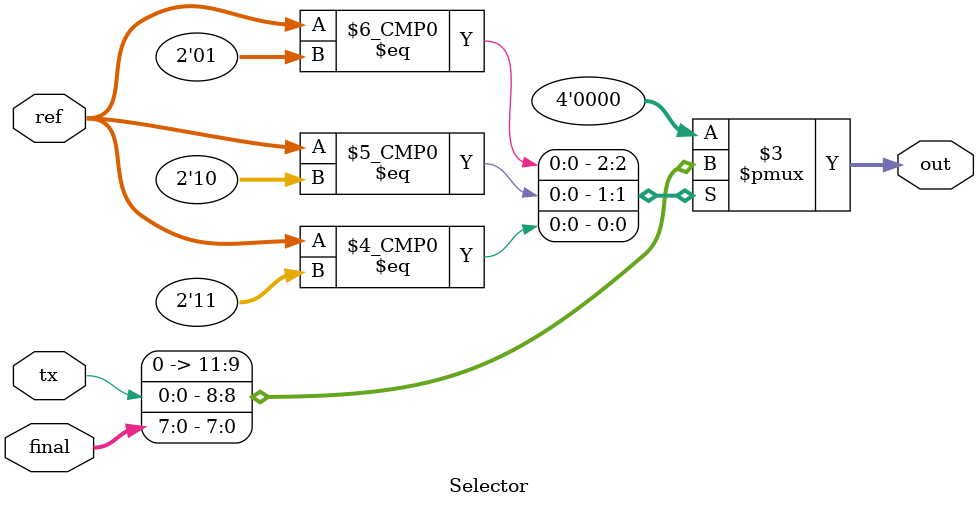
<source format=v>
`timescale 1ns / 1ps


module Selector(tx,final,ref,out);
input tx;
input [1:0]ref;
input [7:0]final;
output reg[3:0]out;

always@(*)
begin
case(ref)
1: out={3'b000,tx};
2: out=final[7:4];
3: out=final[3:0];
default: out=4'h0;
endcase
end

























endmodule

</source>
